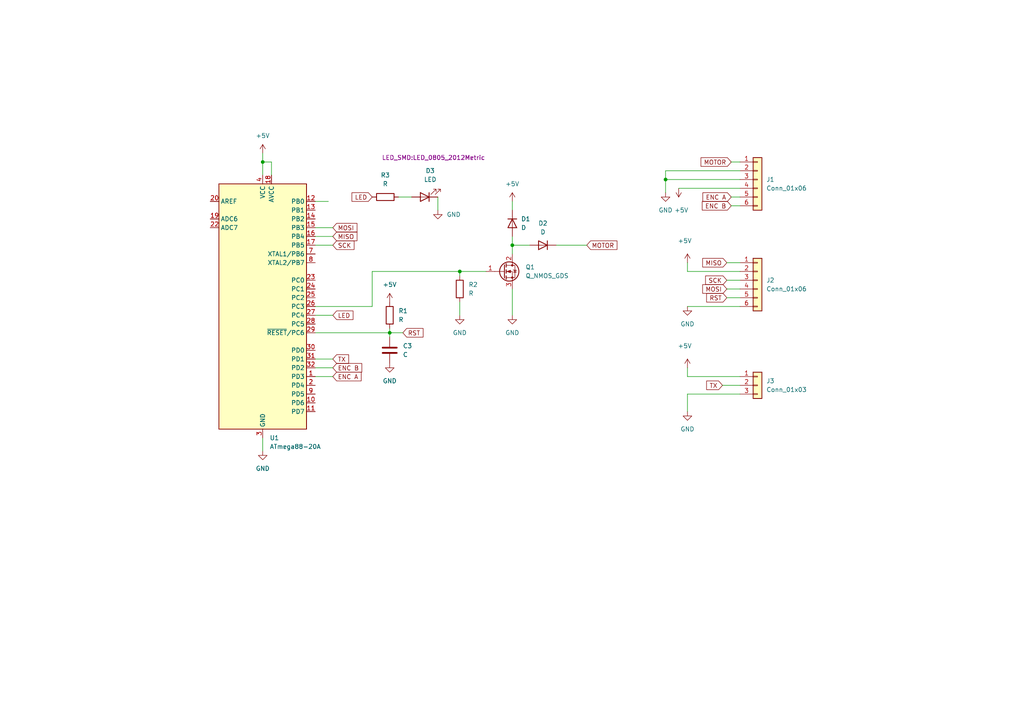
<source format=kicad_sch>
(kicad_sch (version 20211123) (generator eeschema)
  (paper "A4")
  (lib_symbols
    (symbol "Connector_Generic:Conn_01x03" (pin_names (offset 1.016) hide)
      (property "Reference" "J" (at 0 5.08 0))
      (property "Value" "Conn_01x03" (at 0 -5.08 0))
      (symbol "Conn_01x03_1_1"
        (rectangle (start -1.27 -2.413) (end 0 -2.667) (stroke (width 0.1524)))
        (rectangle (start -1.27 0.127) (end 0 -0.127) (stroke (width 0.1524)))
        (rectangle (start -1.27 2.667) (end 0 2.413) (stroke (width 0.1524)))
        (rectangle (start -1.27 3.81) (end 1.27 -3.81) (stroke (width 0.254)) (fill (type background)))
        (pin passive line (at -5.08 2.54 0) (length 3.81) (name "Pin_1") (number "1"))
        (pin passive line (at -5.08 0 0) (length 3.81) (name "Pin_2") (number "2"))
        (pin passive line (at -5.08 -2.54 0) (length 3.81) (name "Pin_3") (number "3"))
      )
    )
    (symbol "Connector_Generic:Conn_01x06" (pin_names (offset 1.016) hide)
      (property "Reference" "J" (at 0 7.62 0))
      (property "Value" "Conn_01x06" (at 0 -10.16 0))
      (symbol "Conn_01x06_1_1"
        (rectangle (start -1.27 -7.493) (end 0 -7.747) (stroke (width 0.1524)))
        (rectangle (start -1.27 -4.953) (end 0 -5.207) (stroke (width 0.1524)))
        (rectangle (start -1.27 -2.413) (end 0 -2.667) (stroke (width 0.1524)))
        (rectangle (start -1.27 0.127) (end 0 -0.127) (stroke (width 0.1524)))
        (rectangle (start -1.27 2.667) (end 0 2.413) (stroke (width 0.1524)))
        (rectangle (start -1.27 5.207) (end 0 4.953) (stroke (width 0.1524)))
        (rectangle (start -1.27 6.35) (end 1.27 -8.89) (stroke (width 0.254)) (fill (type background)))
        (pin passive line (at -5.08 5.08 0) (length 3.81) (name "Pin_1") (number "1"))
        (pin passive line (at -5.08 2.54 0) (length 3.81) (name "Pin_2") (number "2"))
        (pin passive line (at -5.08 0 0) (length 3.81) (name "Pin_3") (number "3"))
        (pin passive line (at -5.08 -2.54 0) (length 3.81) (name "Pin_4") (number "4"))
        (pin passive line (at -5.08 -5.08 0) (length 3.81) (name "Pin_5") (number "5"))
        (pin passive line (at -5.08 -7.62 0) (length 3.81) (name "Pin_6") (number "6"))
      )
    )
    (symbol "Device:C" (pin_numbers hide) (pin_names (offset 0.254))
      (property "Reference" "C" (at 0.635 2.54 0))
      (property "Value" "C" (at 0.635 -2.54 0))
      (symbol "C_0_1"
        (polyline (pts (xy -2.032 -0.762) (xy 2.032 -0.762)) (stroke (width 0.508)))
        (polyline (pts (xy -2.032 0.762) (xy 2.032 0.762)) (stroke (width 0.508)))
      )
      (symbol "C_1_1"
        (pin passive line (at 0 3.81 270) (length 2.794) (name "~") (number "1"))
        (pin passive line (at 0 -3.81 90) (length 2.794) (name "~") (number "2"))
      )
    )
    (symbol "Device:D" (pin_numbers hide) (pin_names (offset 1.016) hide)
      (property "Reference" "D" (at 0 2.54 0))
      (property "Value" "D" (at 0 -2.54 0))
      (symbol "D_0_1"
        (polyline (pts (xy -1.27 1.27) (xy -1.27 -1.27)) (stroke (width 0.254)))
        (polyline (pts (xy 1.27 0) (xy -1.27 0)))
        (polyline (pts (xy 1.27 1.27) (xy 1.27 -1.27) (xy -1.27 0) (xy 1.27 1.27)) (stroke (width 0.254)))
      )
      (symbol "D_1_1"
        (pin passive line (at -3.81 0 0) (length 2.54) (name "K") (number "1"))
        (pin passive line (at 3.81 0 180) (length 2.54) (name "A") (number "2"))
      )
    )
    (symbol "Device:LED" (pin_numbers hide) (pin_names (offset 1.016) hide)
      (property "Reference" "D" (at 0 2.54 0))
      (property "Value" "LED" (at 0 -2.54 0))
      (symbol "LED_0_1"
        (polyline (pts (xy -1.27 -1.27) (xy -1.27 1.27)) (stroke (width 0.254)))
        (polyline (pts (xy -1.27 0) (xy 1.27 0)))
        (polyline (pts (xy 1.27 -1.27) (xy 1.27 1.27) (xy -1.27 0) (xy 1.27 -1.27)) (stroke (width 0.254)))
        (polyline (pts (xy -3.048 -0.762) (xy -4.572 -2.286) (xy -3.81 -2.286) (xy -4.572 -2.286) (xy -4.572 -1.524)))
        (polyline (pts (xy -1.778 -0.762) (xy -3.302 -2.286) (xy -2.54 -2.286) (xy -3.302 -2.286) (xy -3.302 -1.524)))
      )
      (symbol "LED_1_1"
        (pin passive line (at -3.81 0 0) (length 2.54) (name "K") (number "1"))
        (pin passive line (at 3.81 0 180) (length 2.54) (name "A") (number "2"))
      )
    )
    (symbol "Device:Q_NMOS_GDS" (pin_names (offset 0) hide)
      (property "Reference" "Q" (at 5.08 1.27 0))
      (property "Value" "Q_NMOS_GDS" (at 5.08 -1.27 0))
      (symbol "Q_NMOS_GDS_0_1"
        (polyline (pts (xy 0.254 0) (xy -2.54 0)))
        (polyline (pts (xy 0.254 1.905) (xy 0.254 -1.905)) (stroke (width 0.254)))
        (polyline (pts (xy 0.762 -1.27) (xy 0.762 -2.286)) (stroke (width 0.254)))
        (polyline (pts (xy 0.762 0.508) (xy 0.762 -0.508)) (stroke (width 0.254)))
        (polyline (pts (xy 0.762 2.286) (xy 0.762 1.27)) (stroke (width 0.254)))
        (polyline (pts (xy 2.54 2.54) (xy 2.54 1.778)))
        (polyline (pts (xy 2.54 -2.54) (xy 2.54 0) (xy 0.762 0)))
        (polyline (pts (xy 0.762 -1.778) (xy 3.302 -1.778) (xy 3.302 1.778) (xy 0.762 1.778)))
        (polyline (pts (xy 1.016 0) (xy 2.032 0.381) (xy 2.032 -0.381) (xy 1.016 0)) (fill (type outline)))
        (polyline (pts (xy 2.794 0.508) (xy 2.921 0.381) (xy 3.683 0.381) (xy 3.81 0.254)))
        (polyline (pts (xy 3.302 0.381) (xy 2.921 -0.254) (xy 3.683 -0.254) (xy 3.302 0.381)))
        (circle (center 1.651 0) (radius 2.794) (stroke (width 0.254)))
        (circle (center 2.54 -1.778) (radius 0.254) (fill (type outline)))
        (circle (center 2.54 1.778) (radius 0.254) (fill (type outline)))
      )
      (symbol "Q_NMOS_GDS_1_1"
        (pin input line (at -5.08 0 0) (length 2.54) (name "G") (number "1"))
        (pin passive line (at 2.54 5.08 270) (length 2.54) (name "D") (number "2"))
        (pin passive line (at 2.54 -5.08 90) (length 2.54) (name "S") (number "3"))
      )
    )
    (symbol "Device:R" (pin_numbers hide) (pin_names (offset 0))
      (property "Reference" "R" (at 2.032 0 90))
      (property "Value" "R" (at 0 0 90))
      (symbol "R_0_1"
        (rectangle (start -1.016 -2.54) (end 1.016 2.54) (stroke (width 0.254)))
      )
      (symbol "R_1_1"
        (pin passive line (at 0 3.81 270) (length 1.27) (name "~") (number "1"))
        (pin passive line (at 0 -3.81 90) (length 1.27) (name "~") (number "2"))
      )
    )
    (symbol "MCU_Microchip_ATmega:ATmega88-20A"
      (property "Reference" "U" (at -12.7 36.83 0))
      (property "Value" "ATmega88-20A" (at 2.54 -36.83 0))
      (symbol "ATmega88-20A_0_1"
        (rectangle (start -12.7 -35.56) (end 12.7 35.56) (stroke (width 0.254)) (fill (type background)))
      )
      (symbol "ATmega88-20A_1_1"
        (pin bidirectional line (at 15.24 -20.32 180) (length 2.54) (name "PD3") (number "1"))
        (pin bidirectional line (at 15.24 -27.94 180) (length 2.54) (name "PD6") (number "10"))
        (pin bidirectional line (at 15.24 -30.48 180) (length 2.54) (name "PD7") (number "11"))
        (pin bidirectional line (at 15.24 30.48 180) (length 2.54) (name "PB0") (number "12"))
        (pin bidirectional line (at 15.24 27.94 180) (length 2.54) (name "PB1") (number "13"))
        (pin bidirectional line (at 15.24 25.4 180) (length 2.54) (name "PB2") (number "14"))
        (pin bidirectional line (at 15.24 22.86 180) (length 2.54) (name "PB3") (number "15"))
        (pin bidirectional line (at 15.24 20.32 180) (length 2.54) (name "PB4") (number "16"))
        (pin bidirectional line (at 15.24 17.78 180) (length 2.54) (name "PB5") (number "17"))
        (pin power_in line (at 2.54 38.1 270) (length 2.54) (name "AVCC") (number "18"))
        (pin input line (at -15.24 25.4 0) (length 2.54) (name "ADC6") (number "19"))
        (pin bidirectional line (at 15.24 -22.86 180) (length 2.54) (name "PD4") (number "2"))
        (pin passive line (at -15.24 30.48 0) (length 2.54) (name "AREF") (number "20"))
        (pin passive line (at 0 -38.1 90) (length 2.54) hide (name "GND") (number "21"))
        (pin input line (at -15.24 22.86 0) (length 2.54) (name "ADC7") (number "22"))
        (pin bidirectional line (at 15.24 7.62 180) (length 2.54) (name "PC0") (number "23"))
        (pin bidirectional line (at 15.24 5.08 180) (length 2.54) (name "PC1") (number "24"))
        (pin bidirectional line (at 15.24 2.54 180) (length 2.54) (name "PC2") (number "25"))
        (pin bidirectional line (at 15.24 0 180) (length 2.54) (name "PC3") (number "26"))
        (pin bidirectional line (at 15.24 -2.54 180) (length 2.54) (name "PC4") (number "27"))
        (pin bidirectional line (at 15.24 -5.08 180) (length 2.54) (name "PC5") (number "28"))
        (pin bidirectional line (at 15.24 -7.62 180) (length 2.54) (name "~{RESET}/PC6") (number "29"))
        (pin power_in line (at 0 -38.1 90) (length 2.54) (name "GND") (number "3"))
        (pin bidirectional line (at 15.24 -12.7 180) (length 2.54) (name "PD0") (number "30"))
        (pin bidirectional line (at 15.24 -15.24 180) (length 2.54) (name "PD1") (number "31"))
        (pin bidirectional line (at 15.24 -17.78 180) (length 2.54) (name "PD2") (number "32"))
        (pin power_in line (at 0 38.1 270) (length 2.54) (name "VCC") (number "4"))
        (pin passive line (at 0 -38.1 90) (length 2.54) hide (name "GND") (number "5"))
        (pin passive line (at 0 38.1 270) (length 2.54) hide (name "VCC") (number "6"))
        (pin bidirectional line (at 15.24 15.24 180) (length 2.54) (name "XTAL1/PB6") (number "7"))
        (pin bidirectional line (at 15.24 12.7 180) (length 2.54) (name "XTAL2/PB7") (number "8"))
        (pin bidirectional line (at 15.24 -25.4 180) (length 2.54) (name "PD5") (number "9"))
      )
    )
    (symbol "power:+5V" (power) (pin_names (offset 0))
      (property "Value" "+5V" (at 0 3.556 0))
      (symbol "+5V_0_1"
        (polyline (pts (xy -0.762 1.27) (xy 0 2.54)))
        (polyline (pts (xy 0 0) (xy 0 2.54)))
        (polyline (pts (xy 0 2.54) (xy 0.762 1.27)))
      )
      (symbol "+5V_1_1"
        (pin power_in line (at 0 0 90) (length 0) hide (name "+5V") (number "1"))
      )
    )
    (symbol "power:GND" (power) (pin_names (offset 0))
      (property "Value" "GND" (at 0 -3.81 0))
      (symbol "GND_0_1"
        (polyline (pts (xy 0 0) (xy 0 -1.27) (xy 1.27 -1.27) (xy 0 -2.54) (xy -1.27 -1.27) (xy 0 -1.27)))
      )
      (symbol "GND_1_1"
        (pin power_in line (at 0 0 270) (length 0) hide (name "GND") (number "1"))
      )
    )
  )
  (junction (at 193.04 52.07))
  (junction (at 113.03 96.52))
  (junction (at 76.2 46.99))
  (junction (at 133.35 78.74))
  (junction (at 148.59 71.12))
  (wire (pts (xy 214.63 78.74) (xy 199.39 78.74)))
  (wire (pts (xy 212.09 46.99) (xy 214.63 46.99)))
  (wire (pts (xy 148.59 83.82) (xy 148.59 91.44)))
  (wire (pts (xy 212.09 57.15) (xy 214.63 57.15)))
  (wire (pts (xy 199.39 78.74) (xy 199.39 76.2)))
  (wire (pts (xy 212.09 59.69) (xy 214.63 59.69)))
  (wire (pts (xy 214.63 52.07) (xy 193.04 52.07)))
  (wire (pts (xy 76.2 127) (xy 76.2 130.81)))
  (wire (pts (xy 209.55 111.76) (xy 214.63 111.76)))
  (wire (pts (xy 127 57.15) (xy 127 60.96)))
  (wire (pts (xy 107.95 88.9) (xy 107.95 78.74)))
  (wire (pts (xy 199.39 88.9) (xy 214.63 88.9)))
  (wire (pts (xy 199.39 114.3) (xy 199.39 119.38)))
  (wire (pts (xy 214.63 114.3) (xy 199.39 114.3)))
  (wire (pts (xy 133.35 78.74) (xy 140.97 78.74)))
  (wire (pts (xy 148.59 58.42) (xy 148.59 60.96)))
  (wire (pts (xy 91.44 88.9) (xy 107.95 88.9)))
  (wire (pts (xy 148.59 71.12) (xy 148.59 73.66)))
  (wire (pts (xy 78.74 50.8) (xy 78.74 46.99)))
  (wire (pts (xy 161.29 71.12) (xy 170.18 71.12)))
  (wire (pts (xy 91.44 96.52) (xy 113.03 96.52)))
  (wire (pts (xy 91.44 109.22) (xy 96.52 109.22)))
  (wire (pts (xy 214.63 109.22) (xy 199.39 109.22)))
  (wire (pts (xy 91.44 71.12) (xy 96.52 71.12)))
  (wire (pts (xy 210.82 81.28) (xy 214.63 81.28)))
  (wire (pts (xy 107.95 78.74) (xy 133.35 78.74)))
  (wire (pts (xy 199.39 106.68) (xy 199.39 109.22)))
  (wire (pts (xy 210.82 76.2) (xy 214.63 76.2)))
  (wire (pts (xy 210.82 83.82) (xy 214.63 83.82)))
  (wire (pts (xy 113.03 95.25) (xy 113.03 96.52)))
  (wire (pts (xy 148.59 71.12) (xy 153.67 71.12)))
  (wire (pts (xy 76.2 44.45) (xy 76.2 46.99)))
  (wire (pts (xy 76.2 46.99) (xy 78.74 46.99)))
  (wire (pts (xy 148.59 68.58) (xy 148.59 71.12)))
  (wire (pts (xy 91.44 104.14) (xy 96.52 104.14)))
  (wire (pts (xy 133.35 78.74) (xy 133.35 80.01)))
  (wire (pts (xy 91.44 66.04) (xy 96.52 66.04)))
  (wire (pts (xy 76.2 46.99) (xy 76.2 50.8)))
  (wire (pts (xy 193.04 49.53) (xy 193.04 52.07)))
  (wire (pts (xy 210.82 86.36) (xy 214.63 86.36)))
  (wire (pts (xy 91.44 58.42) (xy 95.25 58.42)))
  (wire (pts (xy 91.44 91.44) (xy 96.52 91.44)))
  (wire (pts (xy 113.03 96.52) (xy 113.03 97.79)))
  (wire (pts (xy 113.03 96.52) (xy 116.84 96.52)))
  (wire (pts (xy 133.35 87.63) (xy 133.35 91.44)))
  (wire (pts (xy 193.04 52.07) (xy 193.04 55.88)))
  (wire (pts (xy 214.63 49.53) (xy 193.04 49.53)))
  (wire (pts (xy 91.44 106.68) (xy 96.52 106.68)))
  (wire (pts (xy 115.57 57.15) (xy 119.38 57.15)))
  (wire (pts (xy 91.44 68.58) (xy 96.52 68.58)))
  (wire (pts (xy 196.85 54.61) (xy 214.63 54.61)))
  (global_label "SCK" (shape input) (at 96.52 71.12 0) (property "Intersheet References" "${INTERSHEET_REFS}" (effects hide)))
  (global_label "RST" (shape input) (at 116.84 96.52 0) (property "Intersheet References" "${INTERSHEET_REFS}" (effects hide)))
  (global_label "ENC A" (shape input) (at 96.52 109.22 0) (property "Intersheet References" "${INTERSHEET_REFS}" (effects hide)))
  (global_label "MISO" (shape input) (at 210.82 76.2 180) (property "Intersheet References" "${INTERSHEET_REFS}" (effects hide)))
  (global_label "MISO" (shape input) (at 96.52 68.58 0) (property "Intersheet References" "${INTERSHEET_REFS}" (effects hide)))
  (global_label "MOTOR" (shape input) (at 170.18 71.12 0) (property "Intersheet References" "${INTERSHEET_REFS}" (effects hide)))
  (global_label "MOTOR" (shape input) (at 212.09 46.99 180) (property "Intersheet References" "${INTERSHEET_REFS}" (effects hide)))
  (global_label "RST" (shape input) (at 210.82 86.36 180) (property "Intersheet References" "${INTERSHEET_REFS}" (effects hide)))
  (global_label "MOSI" (shape input) (at 96.52 66.04 0) (property "Intersheet References" "${INTERSHEET_REFS}" (effects hide)))
  (global_label "MOSI" (shape input) (at 210.82 83.82 180) (property "Intersheet References" "${INTERSHEET_REFS}" (effects hide)))
  (global_label "TX" (shape input) (at 209.55 111.76 180) (property "Intersheet References" "${INTERSHEET_REFS}" (effects hide)))
  (global_label "ENC B" (shape input) (at 96.52 106.68 0) (property "Intersheet References" "${INTERSHEET_REFS}" (effects hide)))
  (global_label "TX" (shape input) (at 96.52 104.14 0) (property "Intersheet References" "${INTERSHEET_REFS}" (effects hide)))
  (global_label "ENC A" (shape input) (at 212.09 57.15 180) (property "Intersheet References" "${INTERSHEET_REFS}" (effects hide)))
  (global_label "LED" (shape input) (at 107.95 57.15 180) (property "Intersheet References" "${INTERSHEET_REFS}" (effects hide)))
  (global_label "SCK" (shape input) (at 210.82 81.28 180) (property "Intersheet References" "${INTERSHEET_REFS}" (effects hide)))
  (global_label "ENC B" (shape input) (at 212.09 59.69 180) (property "Intersheet References" "${INTERSHEET_REFS}" (effects hide)))
  (global_label "LED" (shape input) (at 96.52 91.44 0) (property "Intersheet References" "${INTERSHEET_REFS}" (effects hide)))
  (symbol (lib_id "power:GND") (at 133.35 91.44 0) (unit 1)
    (property "Reference" "#PWR07" (effects hide))
    (property "Value" "GND" (at 133.35 96.52 0))
  )
  (symbol (lib_id "power:GND") (at 193.04 55.88 0) (unit 1)
    (property "Reference" "#PWR010" (effects hide))
    (property "Value" "GND" (at 193.04 60.96 0))
  )
  (symbol (lib_id "Connector_Generic:Conn_01x06") (at 219.71 81.28 0) (unit 1)
    (property "Reference" "J2" (at 222.25 81.2799 0) (effects (justify left)))
    (property "Value" "Conn_01x06" (at 222.25 83.8199 0) (effects (justify left)))
    (property "Footprint" "Connector_PinHeader_2.54mm:PinHeader_2x03_P2.54mm_Vertical" (effects hide))
  )
  (symbol (lib_id "power:GND") (at 113.03 105.41 0) (unit 1)
    (property "Reference" "#PWR06" (effects hide))
    (property "Value" "GND" (at 113.03 110.49 0))
  )
  (symbol (lib_id "power:GND") (at 76.2 130.81 0) (unit 1)
    (property "Reference" "#PWR02" (effects hide))
    (property "Value" "GND" (at 76.2 135.89 0))
  )
  (symbol (lib_id "Device:R") (at 133.35 83.82 180) (unit 1)
    (property "Reference" "R2" (at 135.89 82.5499 0) (effects (justify right)))
    (property "Value" "R" (at 135.89 85.0899 0) (effects (justify right)))
    (property "Footprint" "Resistor_SMD:R_0603_1608Metric" (effects hide))
  )
  (symbol (lib_id "power:+5V") (at 199.39 106.68 0) (unit 1)
    (property "Reference" "#PWR0103" (effects hide))
    (property "Value" "+5V" (at 200.66 100.33 0) (effects (justify right)))
  )
  (symbol (lib_id "Device:R") (at 111.76 57.15 270) (unit 1)
    (property "Reference" "R3" (at 111.76 50.8 90))
    (property "Value" "R" (at 111.76 53.34 90))
    (property "Footprint" "Resistor_SMD:R_0603_1608Metric" (effects hide))
  )
  (symbol (lib_id "power:+5V") (at 199.39 76.2 0) (unit 1)
    (property "Reference" "#PWR012" (effects hide))
    (property "Value" "+5V" (at 200.66 69.85 0) (effects (justify right)))
  )
  (symbol (lib_id "Device:D") (at 157.48 71.12 180) (unit 1)
    (property "Reference" "D2" (at 157.48 64.77 0))
    (property "Value" "D" (at 157.48 67.31 0))
    (property "Footprint" "Diode_SMD:D_SOD-123F" (effects hide))
  )
  (symbol (lib_id "Device:R") (at 113.03 91.44 180) (unit 1)
    (property "Reference" "R1" (at 115.57 90.1699 0) (effects (justify right)))
    (property "Value" "R" (at 115.57 92.7099 0) (effects (justify right)))
    (property "Footprint" "Resistor_SMD:R_0603_1608Metric" (effects hide))
  )
  (symbol (lib_id "power:GND") (at 127 60.96 0) (unit 1)
    (property "Reference" "#PWR0102" (effects hide))
    (property "Value" "GND" (at 129.54 62.2299 0) (effects (justify left)))
  )
  (symbol (lib_id "Connector_Generic:Conn_01x06") (at 219.71 52.07 0) (unit 1)
    (property "Reference" "J1" (at 222.25 52.0699 0) (effects (justify left)))
    (property "Value" "Conn_01x06" (at 222.25 54.6099 0) (effects (justify left)))
    (property "Footprint" "Connector_PinHeader_2.54mm:PinHeader_1x06_P2.54mm_Horizontal" (effects hide))
  )
  (symbol (lib_id "power:GND") (at 148.59 91.44 0) (unit 1)
    (property "Reference" "#PWR09" (effects hide))
    (property "Value" "GND" (at 148.59 96.52 0))
  )
  (symbol (lib_id "Connector_Generic:Conn_01x03") (at 219.71 111.76 0) (unit 1)
    (property "Reference" "J3" (at 222.25 110.4899 0) (effects (justify left)))
    (property "Value" "Conn_01x03" (at 222.25 113.0299 0) (effects (justify left)))
    (property "Footprint" "Connector_PinHeader_2.54mm:PinHeader_1x03_P2.54mm_Horizontal" (effects hide))
  )
  (symbol (lib_id "Device:LED") (at 123.19 57.15 180) (unit 1) (in_bom no)
    (property "Reference" "D3" (at 124.7775 49.53 0))
    (property "Value" "LED" (at 124.7775 52.07 0))
    (property "Footprint" "LED_SMD:LED_0805_2012Metric" (at 125.73 45.72 0))
  )
  (symbol (lib_id "power:+5V") (at 196.85 54.61 180) (unit 1)
    (property "Reference" "#PWR011" (effects hide))
    (property "Value" "+5V" (at 195.58 60.96 0) (effects (justify right)))
  )
  (symbol (lib_id "power:+5V") (at 148.59 58.42 0) (unit 1)
    (property "Reference" "#PWR08" (effects hide))
    (property "Value" "+5V" (at 148.59 53.34 0))
  )
  (symbol (lib_id "power:GND") (at 199.39 119.38 0) (unit 1)
    (property "Reference" "#PWR0101" (effects hide))
    (property "Value" "GND" (at 199.39 124.46 0))
  )
  (symbol (lib_id "power:GND") (at 199.39 88.9 0) (unit 1)
    (property "Reference" "#PWR013" (effects hide))
    (property "Value" "GND" (at 199.39 93.98 0))
  )
  (symbol (lib_id "power:+5V") (at 76.2 44.45 0) (unit 1)
    (property "Reference" "#PWR01" (effects hide))
    (property "Value" "+5V" (at 76.2 39.37 0))
  )
  (symbol (lib_id "Device:C") (at 113.03 101.6 180) (unit 1)
    (property "Reference" "C3" (at 116.84 100.3299 0) (effects (justify right)))
    (property "Value" "C" (at 116.84 102.8699 0) (effects (justify right)))
    (property "Footprint" "Capacitor_SMD:C_0603_1608Metric" (effects hide))
  )
  (symbol (lib_id "MCU_Microchip_ATmega:ATmega88-20A") (at 76.2 88.9 0) (unit 1)
    (property "Reference" "U1" (at 78.2194 127 0) (effects (justify left)))
    (property "Value" "ATmega88-20A" (at 78.2194 129.54 0) (effects (justify left)))
    (property "Footprint" "Package_QFP:TQFP-32_7x7mm_P0.8mm" (effects hide))
    (property "Datasheet" "http://ww1.microchip.com/downloads/en/DeviceDoc/Atmel-2545-8-bit-AVR-Microcontroller-ATmega48-88-168_Datasheet.pdf" (effects hide))
  )
  (symbol (lib_id "power:+5V") (at 113.03 87.63 0) (unit 1)
    (property "Reference" "#PWR05" (effects hide))
    (property "Value" "+5V" (at 113.03 82.55 0))
  )
  (symbol (lib_id "Device:D") (at 148.59 64.77 270) (unit 1)
    (property "Reference" "D1" (at 151.13 63.4999 90) (effects (justify left)))
    (property "Value" "D" (at 151.13 66.0399 90) (effects (justify left)))
    (property "Footprint" "Diode_SMD:D_SOD-123F" (effects hide))
  )
  (symbol (lib_id "Device:Q_NMOS_GDS") (at 146.05 78.74 0) (unit 1)
    (property "Reference" "Q1" (at 152.4 77.4699 0) (effects (justify left)))
    (property "Value" "Q_NMOS_GDS" (at 152.4 80.0099 0) (effects (justify left)))
    (property "Footprint" "Package_TO_SOT_SMD:SOT-223" (effects hide))
  )
)
</source>
